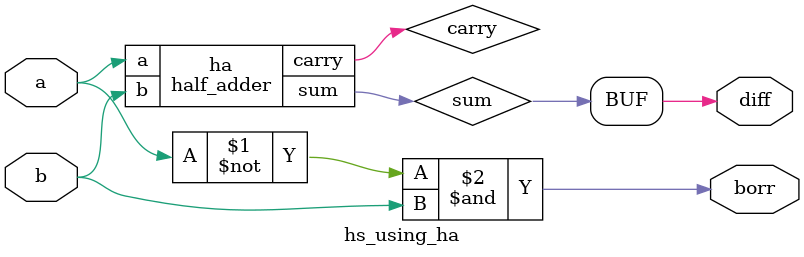
<source format=v>
module half_adder(
    input a, b,
    output sum, carry
);
    assign sum = a ^ b;
    assign carry = a & b;
endmodule

module hs_using_ha(
    input a, b,
    output diff, borr
);
    wire sum, carry;

    half_adder ha (
        .a(a),
        .b(b),
        .sum(sum),
        .carry(carry)
    );

    assign diff = sum;           
    assign borr = (~a) & b;    
endmodule
</source>
